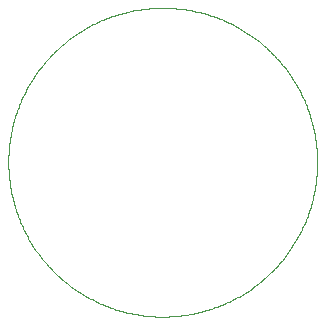
<source format=gm1>
G04 #@! TF.GenerationSoftware,KiCad,Pcbnew,5.1.4-e60b266~84~ubuntu18.04.1*
G04 #@! TF.CreationDate,2019-08-18T12:14:10-06:00*
G04 #@! TF.ProjectId,Tiny,54696e79-2e6b-4696-9361-645f70636258,rev?*
G04 #@! TF.SameCoordinates,Original*
G04 #@! TF.FileFunction,Profile,NP*
%FSLAX46Y46*%
G04 Gerber Fmt 4.6, Leading zero omitted, Abs format (unit mm)*
G04 Created by KiCad (PCBNEW 5.1.4-e60b266~84~ubuntu18.04.1) date 2019-08-18 12:14:10*
%MOMM*%
%LPD*%
G04 APERTURE LIST*
%ADD10C,0.100000*%
G04 APERTURE END LIST*
D10*
X166005730Y-83717834D02*
X166005730Y-83774244D01*
X166005730Y-83774244D02*
X166003914Y-83943039D01*
X166003914Y-83943039D02*
X166000030Y-84111312D01*
X166000030Y-84111312D02*
X165994030Y-84279068D01*
X165994030Y-84279068D02*
X165985930Y-84446265D01*
X165985930Y-84446265D02*
X165975730Y-84612920D01*
X165975730Y-84612920D02*
X165963440Y-84779000D01*
X165963440Y-84779000D02*
X165949080Y-84944492D01*
X165949080Y-84944492D02*
X165932670Y-85109395D01*
X165932670Y-85109395D02*
X165914210Y-85273693D01*
X165914210Y-85273693D02*
X165893830Y-85437366D01*
X165893830Y-85437366D02*
X165871330Y-85600410D01*
X165871330Y-85600410D02*
X165846830Y-85762812D01*
X165846830Y-85762812D02*
X165820440Y-85924549D01*
X165820440Y-85924549D02*
X165791970Y-86085609D01*
X165791970Y-86085609D02*
X165761600Y-86245988D01*
X165761600Y-86245988D02*
X165729280Y-86405675D01*
X165729280Y-86405675D02*
X165695010Y-86564645D01*
X165695010Y-86564645D02*
X165658830Y-86722897D01*
X165658830Y-86722897D02*
X165620730Y-86880407D01*
X165620730Y-86880407D02*
X165580740Y-87037172D01*
X165580740Y-87037172D02*
X165538880Y-87193180D01*
X165538880Y-87193180D02*
X165495140Y-87348408D01*
X165495140Y-87348408D02*
X165449540Y-87502854D01*
X165449540Y-87502854D02*
X165402100Y-87656493D01*
X165402100Y-87656493D02*
X165352830Y-87809323D01*
X165352830Y-87809323D02*
X165301740Y-87961323D01*
X165301740Y-87961323D02*
X165248850Y-88112487D01*
X165248850Y-88112487D02*
X165194160Y-88262805D01*
X165194160Y-88262805D02*
X165137700Y-88412253D01*
X165137700Y-88412253D02*
X165079460Y-88560818D01*
X165079460Y-88560818D02*
X165019480Y-88708507D01*
X165019480Y-88708507D02*
X164957750Y-88855278D01*
X164957750Y-88855278D02*
X164894290Y-89001147D01*
X164894290Y-89001147D02*
X164829120Y-89146082D01*
X164829120Y-89146082D02*
X164762240Y-89290071D01*
X164762240Y-89290071D02*
X164693680Y-89433119D01*
X164693680Y-89433119D02*
X164623440Y-89575185D01*
X164623440Y-89575185D02*
X164551540Y-89716285D01*
X164551540Y-89716285D02*
X164477980Y-89856377D01*
X164477980Y-89856377D02*
X164402780Y-89995478D01*
X164402780Y-89995478D02*
X164325960Y-90133555D01*
X164325960Y-90133555D02*
X164247530Y-90270595D01*
X164247530Y-90270595D02*
X164167490Y-90406605D01*
X164167490Y-90406605D02*
X164085870Y-90541543D01*
X164085870Y-90541543D02*
X164002670Y-90675425D01*
X164002670Y-90675425D02*
X163917910Y-90808210D01*
X163917910Y-90808210D02*
X163831600Y-90939913D01*
X163831600Y-90939913D02*
X163743760Y-91070502D01*
X163743760Y-91070502D02*
X163654400Y-91199965D01*
X163654400Y-91199965D02*
X163563510Y-91328299D01*
X163563510Y-91328299D02*
X163471130Y-91455490D01*
X163471130Y-91455490D02*
X163377270Y-91581516D01*
X163377270Y-91581516D02*
X163281940Y-91706373D01*
X163281940Y-91706373D02*
X163185150Y-91830050D01*
X163185150Y-91830050D02*
X163086910Y-91952524D01*
X163086910Y-91952524D02*
X162987250Y-92073781D01*
X162987250Y-92073781D02*
X162886162Y-92193818D01*
X162886162Y-92193818D02*
X162783663Y-92312623D01*
X162783663Y-92312623D02*
X162679765Y-92430183D01*
X162679765Y-92430183D02*
X162574491Y-92546466D01*
X162574491Y-92546466D02*
X162467853Y-92661488D01*
X162467853Y-92661488D02*
X162359845Y-92775216D01*
X162359845Y-92775216D02*
X162250510Y-92887638D01*
X162250510Y-92887638D02*
X162139829Y-92998750D01*
X162139829Y-92998750D02*
X162027846Y-93108541D01*
X162027846Y-93108541D02*
X161914544Y-93216997D01*
X161914544Y-93216997D02*
X161799956Y-93324085D01*
X161799956Y-93324085D02*
X161684094Y-93429823D01*
X161684094Y-93429823D02*
X161566962Y-93534177D01*
X161566962Y-93534177D02*
X161448572Y-93637135D01*
X161448572Y-93637135D02*
X161328946Y-93738694D01*
X161328946Y-93738694D02*
X161208089Y-93838841D01*
X161208089Y-93838841D02*
X161086012Y-93937551D01*
X161086012Y-93937551D02*
X160962739Y-94034821D01*
X160962739Y-94034821D02*
X160838282Y-94130641D01*
X160838282Y-94130641D02*
X160712634Y-94224991D01*
X160712634Y-94224991D02*
X160585838Y-94317851D01*
X160585838Y-94317851D02*
X160457877Y-94409241D01*
X160457877Y-94409241D02*
X160328794Y-94499101D01*
X160328794Y-94499101D02*
X160198571Y-94587461D01*
X160198571Y-94587461D02*
X160067241Y-94674281D01*
X160067241Y-94674281D02*
X159934818Y-94759551D01*
X159934818Y-94759551D02*
X159801294Y-94843271D01*
X159801294Y-94843271D02*
X159666711Y-94925421D01*
X159666711Y-94925421D02*
X159531054Y-95005991D01*
X159531054Y-95005991D02*
X159394363Y-95084951D01*
X159394363Y-95084951D02*
X159256623Y-95162321D01*
X159256623Y-95162321D02*
X159117866Y-95238061D01*
X159117866Y-95238061D02*
X158978105Y-95312161D01*
X158978105Y-95312161D02*
X158837333Y-95384621D01*
X158837333Y-95384621D02*
X158695593Y-95455421D01*
X158695593Y-95455421D02*
X158552867Y-95524541D01*
X158552867Y-95524541D02*
X158409189Y-95591981D01*
X158409189Y-95591981D02*
X158264570Y-95657721D01*
X158264570Y-95657721D02*
X158119015Y-95721751D01*
X158119015Y-95721751D02*
X157972536Y-95784051D01*
X157972536Y-95784051D02*
X157825155Y-95844621D01*
X157825155Y-95844621D02*
X157676886Y-95903441D01*
X157676886Y-95903441D02*
X157527721Y-95960501D01*
X157527721Y-95960501D02*
X157377693Y-96015791D01*
X157377693Y-96015791D02*
X157226816Y-96069281D01*
X157226816Y-96069281D02*
X157075091Y-96120971D01*
X157075091Y-96120971D02*
X156922532Y-96170841D01*
X156922532Y-96170841D02*
X156769161Y-96218891D01*
X156769161Y-96218891D02*
X156614982Y-96265101D01*
X156614982Y-96265101D02*
X156460017Y-96309461D01*
X156460017Y-96309461D02*
X156304269Y-96351961D01*
X156304269Y-96351961D02*
X156147761Y-96392571D01*
X156147761Y-96392571D02*
X155990495Y-96431301D01*
X155990495Y-96431301D02*
X155832485Y-96468131D01*
X155832485Y-96468131D02*
X155673754Y-96503031D01*
X155673754Y-96503031D02*
X155514303Y-96536001D01*
X155514303Y-96536001D02*
X155354157Y-96567041D01*
X155354157Y-96567041D02*
X155193317Y-96596131D01*
X155193317Y-96596131D02*
X155031807Y-96623201D01*
X155031807Y-96623201D02*
X154869620Y-96648391D01*
X154869620Y-96648391D02*
X154706798Y-96671491D01*
X154706798Y-96671491D02*
X154543334Y-96692591D01*
X154543334Y-96692591D02*
X154379242Y-96711771D01*
X154379242Y-96711771D02*
X154214543Y-96728831D01*
X154214543Y-96728831D02*
X154049241Y-96743841D01*
X154049241Y-96743841D02*
X153883348Y-96756801D01*
X153883348Y-96756801D02*
X153716888Y-96767691D01*
X153716888Y-96767691D02*
X153549873Y-96776491D01*
X153549873Y-96776491D02*
X153382296Y-96783191D01*
X153382296Y-96783191D02*
X153214200Y-96787791D01*
X153214200Y-96787791D02*
X153045568Y-96790307D01*
X153045568Y-96790307D02*
X152876432Y-96790691D01*
X152876432Y-96790691D02*
X152707636Y-96788875D01*
X152707636Y-96788875D02*
X152539364Y-96784991D01*
X152539364Y-96784991D02*
X152371608Y-96778991D01*
X152371608Y-96778991D02*
X152204411Y-96770891D01*
X152204411Y-96770891D02*
X152037756Y-96760691D01*
X152037756Y-96760691D02*
X151871676Y-96748401D01*
X151871676Y-96748401D02*
X151706183Y-96734041D01*
X151706183Y-96734041D02*
X151541281Y-96717631D01*
X151541281Y-96717631D02*
X151376982Y-96699171D01*
X151376982Y-96699171D02*
X151213310Y-96678791D01*
X151213310Y-96678791D02*
X151050266Y-96656291D01*
X151050266Y-96656291D02*
X150887864Y-96631791D01*
X150887864Y-96631791D02*
X150726127Y-96605401D01*
X150726127Y-96605401D02*
X150565067Y-96576931D01*
X150565067Y-96576931D02*
X150404687Y-96546561D01*
X150404687Y-96546561D02*
X150245001Y-96514241D01*
X150245001Y-96514241D02*
X150086030Y-96479971D01*
X150086030Y-96479971D02*
X149927779Y-96443791D01*
X149927779Y-96443791D02*
X149770269Y-96405701D01*
X149770269Y-96405701D02*
X149613503Y-96365701D01*
X149613503Y-96365701D02*
X149457495Y-96323841D01*
X149457495Y-96323841D02*
X149302268Y-96280101D01*
X149302268Y-96280101D02*
X149147825Y-96234501D01*
X149147825Y-96234501D02*
X148994183Y-96187061D01*
X148994183Y-96187061D02*
X148841355Y-96137791D01*
X148841355Y-96137791D02*
X148689352Y-96086711D01*
X148689352Y-96086711D02*
X148538187Y-96033821D01*
X148538187Y-96033821D02*
X148387873Y-95979131D01*
X148387873Y-95979131D02*
X148238424Y-95922661D01*
X148238424Y-95922661D02*
X148089853Y-95864421D01*
X148089853Y-95864421D02*
X147942170Y-95804441D01*
X147942170Y-95804441D02*
X147795391Y-95742711D01*
X147795391Y-95742711D02*
X147649528Y-95679251D01*
X147649528Y-95679251D02*
X147504593Y-95614081D01*
X147504593Y-95614081D02*
X147360600Y-95547201D01*
X147360600Y-95547201D02*
X147217560Y-95478641D01*
X147217560Y-95478641D02*
X147075487Y-95408401D01*
X147075487Y-95408401D02*
X146934394Y-95336501D01*
X146934394Y-95336501D02*
X146794293Y-95262941D01*
X146794293Y-95262941D02*
X146655198Y-95187741D01*
X146655198Y-95187741D02*
X146517121Y-95110921D01*
X146517121Y-95110921D02*
X146380076Y-95032491D01*
X146380076Y-95032491D02*
X146244075Y-94952451D01*
X146244075Y-94952451D02*
X146109129Y-94870821D01*
X146109129Y-94870821D02*
X145975255Y-94787631D01*
X145975255Y-94787631D02*
X145842461Y-94702871D01*
X145842461Y-94702871D02*
X145710764Y-94616561D01*
X145710764Y-94616561D02*
X145580175Y-94528721D01*
X145580175Y-94528721D02*
X145450707Y-94439361D01*
X145450707Y-94439361D02*
X145322371Y-94348481D01*
X145322371Y-94348481D02*
X145195183Y-94256111D01*
X145195183Y-94256111D02*
X145069154Y-94162251D01*
X145069154Y-94162251D02*
X144944299Y-94066921D01*
X144944299Y-94066921D02*
X144820628Y-93970141D01*
X144820628Y-93970141D02*
X144698154Y-93871901D01*
X144698154Y-93871901D02*
X144576892Y-93772241D01*
X144576892Y-93772241D02*
X144456853Y-93671144D01*
X144456853Y-93671144D02*
X144338050Y-93568655D01*
X144338050Y-93568655D02*
X144220497Y-93464757D01*
X144220497Y-93464757D02*
X144104206Y-93359483D01*
X144104206Y-93359483D02*
X143989190Y-93252845D01*
X143989190Y-93252845D02*
X143875461Y-93144837D01*
X143875461Y-93144837D02*
X143763034Y-93035501D01*
X143763034Y-93035501D02*
X143651920Y-92924830D01*
X143651920Y-92924830D02*
X143542132Y-92812838D01*
X143542132Y-92812838D02*
X143433683Y-92699536D01*
X143433683Y-92699536D02*
X143326587Y-92584948D01*
X143326587Y-92584948D02*
X143220855Y-92469086D01*
X143220855Y-92469086D02*
X143116500Y-92351953D01*
X143116500Y-92351953D02*
X143013537Y-92233563D01*
X143013537Y-92233563D02*
X142911976Y-92113938D01*
X142911976Y-92113938D02*
X142811832Y-91993081D01*
X142811832Y-91993081D02*
X142713116Y-91871004D01*
X142713116Y-91871004D02*
X142615842Y-91747730D01*
X142615842Y-91747730D02*
X142520023Y-91623273D01*
X142520023Y-91623273D02*
X142425671Y-91497636D01*
X142425671Y-91497636D02*
X142332792Y-91370830D01*
X142332792Y-91370830D02*
X142241413Y-91242869D01*
X142241413Y-91242869D02*
X142151541Y-91113785D01*
X142151541Y-91113785D02*
X142063188Y-90983562D01*
X142063188Y-90983562D02*
X141976366Y-90852233D01*
X141976366Y-90852233D02*
X141891089Y-90719810D01*
X141891089Y-90719810D02*
X141807368Y-90586295D01*
X141807368Y-90586295D02*
X141725218Y-90451703D01*
X141725218Y-90451703D02*
X141644652Y-90316045D01*
X141644652Y-90316045D02*
X141565681Y-90179345D01*
X141565681Y-90179345D02*
X141488318Y-90041615D01*
X141488318Y-90041615D02*
X141412578Y-89902858D01*
X141412578Y-89902858D02*
X141338471Y-89763087D01*
X141338471Y-89763087D02*
X141266012Y-89622325D01*
X141266012Y-89622325D02*
X141195213Y-89480585D01*
X141195213Y-89480585D02*
X141126086Y-89337859D01*
X141126086Y-89337859D02*
X141058645Y-89194181D01*
X141058645Y-89194181D02*
X140992903Y-89049562D01*
X140992903Y-89049562D02*
X140928872Y-88904007D01*
X140928872Y-88904007D02*
X140866565Y-88757528D01*
X140866565Y-88757528D02*
X140805995Y-88610147D01*
X140805995Y-88610147D02*
X140747175Y-88461868D01*
X140747175Y-88461868D02*
X140690117Y-88312713D01*
X140690117Y-88312713D02*
X140634836Y-88162685D01*
X140634836Y-88162685D02*
X140581343Y-88011807D01*
X140581343Y-88011807D02*
X140529651Y-87860083D01*
X140529651Y-87860083D02*
X140479772Y-87707523D01*
X140479772Y-87707523D02*
X140431721Y-87554153D01*
X140431721Y-87554153D02*
X140385509Y-87399974D01*
X140385509Y-87399974D02*
X140341149Y-87245009D01*
X140341149Y-87245009D02*
X140298655Y-87089260D01*
X140298655Y-87089260D02*
X140258039Y-86932752D01*
X140258039Y-86932752D02*
X140219314Y-86775487D01*
X140219314Y-86775487D02*
X140182493Y-86617477D01*
X140182493Y-86617477D02*
X140147589Y-86458745D01*
X140147589Y-86458745D02*
X140114614Y-86299295D01*
X140114614Y-86299295D02*
X140083581Y-86139148D01*
X140083581Y-86139148D02*
X140054504Y-85978309D01*
X140054504Y-85978309D02*
X140027394Y-85816799D01*
X140027394Y-85816799D02*
X140002266Y-85654612D01*
X140002266Y-85654612D02*
X139979132Y-85491790D01*
X139979132Y-85491790D02*
X139958003Y-85328326D01*
X139958003Y-85328326D02*
X139938894Y-85164233D01*
X139938894Y-85164233D02*
X139921817Y-84999535D01*
X139921817Y-84999535D02*
X139906786Y-84834232D01*
X139906786Y-84834232D02*
X139893812Y-84668340D01*
X139893812Y-84668340D02*
X139882909Y-84501880D01*
X139882909Y-84501880D02*
X139874089Y-84334865D01*
X139874089Y-84334865D02*
X139867366Y-84167288D01*
X139867366Y-84167288D02*
X139862752Y-83999192D01*
X139862752Y-83999192D02*
X139860259Y-83830559D01*
X139860259Y-83830559D02*
X139859902Y-83661424D01*
X139859902Y-83661424D02*
X139861684Y-83492628D01*
X139861684Y-83492628D02*
X139865592Y-83324355D01*
X139865592Y-83324355D02*
X139871614Y-83156599D01*
X139871614Y-83156599D02*
X139879737Y-82989402D01*
X139879737Y-82989402D02*
X139889947Y-82822747D01*
X139889947Y-82822747D02*
X139902232Y-82656667D01*
X139902232Y-82656667D02*
X139916578Y-82491175D01*
X139916578Y-82491175D02*
X139932975Y-82326273D01*
X139932975Y-82326273D02*
X139951408Y-82161974D01*
X139951408Y-82161974D02*
X139971865Y-81998301D01*
X139971865Y-81998301D02*
X139994332Y-81835257D01*
X139994332Y-81835257D02*
X140018798Y-81672855D01*
X140018798Y-81672855D02*
X140045248Y-81511118D01*
X140045248Y-81511118D02*
X140073670Y-81350058D01*
X140073670Y-81350058D02*
X140104053Y-81189679D01*
X140104053Y-81189679D02*
X140136382Y-81029992D01*
X140136382Y-81029992D02*
X140170644Y-80871022D01*
X140170644Y-80871022D02*
X140206828Y-80712770D01*
X140206828Y-80712770D02*
X140244920Y-80555260D01*
X140244920Y-80555260D02*
X140284907Y-80398495D01*
X140284907Y-80398495D02*
X140326776Y-80242487D01*
X140326776Y-80242487D02*
X140370515Y-80087259D01*
X140370515Y-80087259D02*
X140416111Y-79932814D01*
X140416111Y-79932814D02*
X140463551Y-79779175D01*
X140463551Y-79779175D02*
X140512822Y-79626347D01*
X140512822Y-79626347D02*
X140563911Y-79474343D01*
X140563911Y-79474343D02*
X140616807Y-79323179D01*
X140616807Y-79323179D02*
X140671493Y-79172865D01*
X140671493Y-79172865D02*
X140727960Y-79023416D01*
X140727960Y-79023416D02*
X140786194Y-78874844D01*
X140786194Y-78874844D02*
X140846182Y-78727162D01*
X140846182Y-78727162D02*
X140907912Y-78580383D01*
X140907912Y-78580383D02*
X140971369Y-78434520D01*
X140971369Y-78434520D02*
X141036542Y-78289585D01*
X141036542Y-78289585D02*
X141103418Y-78145591D01*
X141103418Y-78145591D02*
X141171984Y-78002552D01*
X141171984Y-78002552D02*
X141242227Y-77860479D01*
X141242227Y-77860479D02*
X141314134Y-77719386D01*
X141314134Y-77719386D02*
X141387693Y-77579285D01*
X141387693Y-77579285D02*
X141462890Y-77440191D01*
X141462890Y-77440191D02*
X141539713Y-77302114D01*
X141539713Y-77302114D02*
X141618150Y-77165068D01*
X141618150Y-77165068D02*
X141698186Y-77029067D01*
X141698186Y-77029067D02*
X141779810Y-76894121D01*
X141779810Y-76894121D02*
X141863008Y-76760247D01*
X141863008Y-76760247D02*
X141947767Y-76627453D01*
X141947767Y-76627453D02*
X142034076Y-76495756D01*
X142034076Y-76495756D02*
X142121920Y-76365167D01*
X142121920Y-76365167D02*
X142211287Y-76235699D01*
X142211287Y-76235699D02*
X142302165Y-76107363D01*
X142302165Y-76107363D02*
X142394540Y-75980175D01*
X142394540Y-75980175D02*
X142488399Y-75854147D01*
X142488399Y-75854147D02*
X142583731Y-75729291D01*
X142583731Y-75729291D02*
X142680521Y-75605620D01*
X142680521Y-75605620D02*
X142778757Y-75483145D01*
X142778757Y-75483145D02*
X142878427Y-75361884D01*
X142878427Y-75361884D02*
X142979517Y-75241845D01*
X142979517Y-75241845D02*
X143082015Y-75123042D01*
X143082015Y-75123042D02*
X143185907Y-75005489D01*
X143185907Y-75005489D02*
X143291182Y-74889198D01*
X143291182Y-74889198D02*
X143397824Y-74774182D01*
X143397824Y-74774182D02*
X143505824Y-74660454D01*
X143505824Y-74660454D02*
X143615167Y-74548026D01*
X143615167Y-74548026D02*
X143725840Y-74436913D01*
X143725840Y-74436913D02*
X143837832Y-74327124D01*
X143837832Y-74327124D02*
X143951127Y-74218675D01*
X143951127Y-74218675D02*
X144065716Y-74111579D01*
X144065716Y-74111579D02*
X144181583Y-74005846D01*
X144181583Y-74005846D02*
X144298718Y-73901492D01*
X144298718Y-73901492D02*
X144417104Y-73798528D01*
X144417104Y-73798528D02*
X144536733Y-73696968D01*
X144536733Y-73696968D02*
X144657589Y-73596824D01*
X144657589Y-73596824D02*
X144779660Y-73498108D01*
X144779660Y-73498108D02*
X144902933Y-73400834D01*
X144902933Y-73400834D02*
X145027396Y-73305015D01*
X145027396Y-73305015D02*
X145153036Y-73210663D01*
X145153036Y-73210663D02*
X145279839Y-73117793D01*
X145279839Y-73117793D02*
X145407793Y-73026414D01*
X145407793Y-73026414D02*
X145536884Y-72936542D01*
X145536884Y-72936542D02*
X145667102Y-72848189D01*
X145667102Y-72848189D02*
X145798431Y-72761367D01*
X145798431Y-72761367D02*
X145930861Y-72676090D01*
X145930861Y-72676090D02*
X146064376Y-72592369D01*
X146064376Y-72592369D02*
X146198966Y-72510220D01*
X146198966Y-72510220D02*
X146334617Y-72429653D01*
X146334617Y-72429653D02*
X146471316Y-72350682D01*
X146471316Y-72350682D02*
X146609051Y-72273320D01*
X146609051Y-72273320D02*
X146747807Y-72197579D01*
X146747807Y-72197579D02*
X146887574Y-72123472D01*
X146887574Y-72123472D02*
X147028337Y-72051013D01*
X147028337Y-72051013D02*
X147170085Y-71980214D01*
X147170085Y-71980214D02*
X147312803Y-71911087D01*
X147312803Y-71911087D02*
X147456481Y-71843647D01*
X147456481Y-71843647D02*
X147601104Y-71777905D01*
X147601104Y-71777905D02*
X147746659Y-71713874D01*
X147746659Y-71713874D02*
X147893135Y-71651567D01*
X147893135Y-71651567D02*
X148040517Y-71590997D01*
X148040517Y-71590997D02*
X148188794Y-71532177D01*
X148188794Y-71532177D02*
X148337952Y-71475119D01*
X148337952Y-71475119D02*
X148487977Y-71419838D01*
X148487977Y-71419838D02*
X148638860Y-71366344D01*
X148638860Y-71366344D02*
X148790585Y-71314652D01*
X148790585Y-71314652D02*
X148943140Y-71264773D01*
X148943140Y-71264773D02*
X149096513Y-71216722D01*
X149096513Y-71216722D02*
X149250690Y-71170510D01*
X149250690Y-71170510D02*
X149405658Y-71126150D01*
X149405658Y-71126150D02*
X149561406Y-71083655D01*
X149561406Y-71083655D02*
X149717914Y-71043039D01*
X149717914Y-71043039D02*
X149875180Y-71004314D01*
X149875180Y-71004314D02*
X150033190Y-70967493D01*
X150033190Y-70967493D02*
X150191922Y-70932589D01*
X150191922Y-70932589D02*
X150351372Y-70899614D01*
X150351372Y-70899614D02*
X150511518Y-70868581D01*
X150511518Y-70868581D02*
X150672358Y-70839504D01*
X150672358Y-70839504D02*
X150833868Y-70812394D01*
X150833868Y-70812394D02*
X150996055Y-70787266D01*
X150996055Y-70787266D02*
X151158877Y-70764132D01*
X151158877Y-70764132D02*
X151322341Y-70743003D01*
X151322341Y-70743003D02*
X151486433Y-70723894D01*
X151486433Y-70723894D02*
X151651132Y-70706817D01*
X151651132Y-70706817D02*
X151816434Y-70691785D01*
X151816434Y-70691785D02*
X151982327Y-70678812D01*
X151982327Y-70678812D02*
X152148787Y-70667909D01*
X152148787Y-70667909D02*
X152315802Y-70659089D01*
X152315802Y-70659089D02*
X152483379Y-70652366D01*
X152483379Y-70652366D02*
X152651475Y-70647752D01*
X152651475Y-70647752D02*
X152820107Y-70645259D01*
X152820107Y-70645259D02*
X152989243Y-70644902D01*
X152989243Y-70644902D02*
X153158039Y-70646684D01*
X153158039Y-70646684D02*
X153326312Y-70650592D01*
X153326312Y-70650592D02*
X153494067Y-70656614D01*
X153494067Y-70656614D02*
X153661264Y-70664737D01*
X153661264Y-70664737D02*
X153827919Y-70674947D01*
X153827919Y-70674947D02*
X153994000Y-70687232D01*
X153994000Y-70687232D02*
X154159492Y-70701578D01*
X154159492Y-70701578D02*
X154324394Y-70717975D01*
X154324394Y-70717975D02*
X154488693Y-70736408D01*
X154488693Y-70736408D02*
X154652366Y-70756865D01*
X154652366Y-70756865D02*
X154815409Y-70779332D01*
X154815409Y-70779332D02*
X154977812Y-70803798D01*
X154977812Y-70803798D02*
X155139539Y-70830248D01*
X155139539Y-70830248D02*
X155300609Y-70858670D01*
X155300609Y-70858670D02*
X155460988Y-70889053D01*
X155460988Y-70889053D02*
X155620674Y-70921382D01*
X155620674Y-70921382D02*
X155779645Y-70955645D01*
X155779645Y-70955645D02*
X155937896Y-70991828D01*
X155937896Y-70991828D02*
X156095406Y-71029920D01*
X156095406Y-71029920D02*
X156252172Y-71069907D01*
X156252172Y-71069907D02*
X156408180Y-71111776D01*
X156408180Y-71111776D02*
X156563408Y-71155516D01*
X156563408Y-71155516D02*
X156717853Y-71201112D01*
X156717853Y-71201112D02*
X156871492Y-71248552D01*
X156871492Y-71248552D02*
X157024323Y-71297823D01*
X157024323Y-71297823D02*
X157176322Y-71348912D01*
X157176322Y-71348912D02*
X157327487Y-71401808D01*
X157327487Y-71401808D02*
X157477805Y-71456494D01*
X157477805Y-71456494D02*
X157627252Y-71512961D01*
X157627252Y-71512961D02*
X157775827Y-71571195D01*
X157775827Y-71571195D02*
X157923506Y-71631183D01*
X157923506Y-71631183D02*
X158070287Y-71692913D01*
X158070287Y-71692913D02*
X158216147Y-71756370D01*
X158216147Y-71756370D02*
X158361082Y-71821543D01*
X158361082Y-71821543D02*
X158505080Y-71888419D01*
X158505080Y-71888419D02*
X158648119Y-71956985D01*
X158648119Y-71956985D02*
X158790184Y-72027228D01*
X158790184Y-72027228D02*
X158931285Y-72099135D01*
X158931285Y-72099135D02*
X159071377Y-72172694D01*
X159071377Y-72172694D02*
X159210478Y-72247891D01*
X159210478Y-72247891D02*
X159348554Y-72324714D01*
X159348554Y-72324714D02*
X159485594Y-72403150D01*
X159485594Y-72403150D02*
X159621605Y-72483187D01*
X159621605Y-72483187D02*
X159756543Y-72564811D01*
X159756543Y-72564811D02*
X159890425Y-72648009D01*
X159890425Y-72648009D02*
X160023209Y-72732768D01*
X160023209Y-72732768D02*
X160154913Y-72819077D01*
X160154913Y-72819077D02*
X160285502Y-72906921D01*
X160285502Y-72906921D02*
X160414965Y-72996288D01*
X160414965Y-72996288D02*
X160543308Y-73087166D01*
X160543308Y-73087166D02*
X160670489Y-73179541D01*
X160670489Y-73179541D02*
X160796525Y-73273400D01*
X160796525Y-73273400D02*
X160921373Y-73368731D01*
X160921373Y-73368731D02*
X161045050Y-73465522D01*
X161045050Y-73465522D02*
X161167523Y-73563758D01*
X161167523Y-73563758D02*
X161288780Y-73663428D01*
X161288780Y-73663428D02*
X161408817Y-73764518D01*
X161408817Y-73764518D02*
X161527623Y-73867016D01*
X161527623Y-73867016D02*
X161645173Y-73970908D01*
X161645173Y-73970908D02*
X161761466Y-74076182D01*
X161761466Y-74076182D02*
X161876487Y-74182825D01*
X161876487Y-74182825D02*
X161990216Y-74290825D01*
X161990216Y-74290825D02*
X162102637Y-74400168D01*
X162102637Y-74400168D02*
X162213760Y-74510841D01*
X162213760Y-74510841D02*
X162323541Y-74622832D01*
X162323541Y-74622832D02*
X162431996Y-74736129D01*
X162431996Y-74736129D02*
X162539085Y-74850716D01*
X162539085Y-74850716D02*
X162644822Y-74966584D01*
X162644822Y-74966584D02*
X162749177Y-75083718D01*
X162749177Y-75083718D02*
X162852134Y-75202106D01*
X162852134Y-75202106D02*
X162953694Y-75321733D01*
X162953694Y-75321733D02*
X163053841Y-75442589D01*
X163053841Y-75442589D02*
X163152561Y-75564660D01*
X163152561Y-75564660D02*
X163249821Y-75687934D01*
X163249821Y-75687934D02*
X163345651Y-75812396D01*
X163345651Y-75812396D02*
X163440001Y-75938036D01*
X163440001Y-75938036D02*
X163532871Y-76064839D01*
X163532871Y-76064839D02*
X163624261Y-76192793D01*
X163624261Y-76192793D02*
X163714121Y-76321886D01*
X163714121Y-76321886D02*
X163802481Y-76452102D01*
X163802481Y-76452102D02*
X163889301Y-76583432D01*
X163889301Y-76583432D02*
X163974571Y-76715861D01*
X163974571Y-76715861D02*
X164058291Y-76849376D01*
X164058291Y-76849376D02*
X164140441Y-76983967D01*
X164140441Y-76983967D02*
X164221011Y-77119617D01*
X164221011Y-77119617D02*
X164299971Y-77256316D01*
X164299971Y-77256316D02*
X164377341Y-77394050D01*
X164377341Y-77394050D02*
X164453081Y-77532808D01*
X164453081Y-77532808D02*
X164527181Y-77672575D01*
X164527181Y-77672575D02*
X164599641Y-77813338D01*
X164599641Y-77813338D02*
X164670441Y-77955085D01*
X164670441Y-77955085D02*
X164739561Y-78097805D01*
X164739561Y-78097805D02*
X164807001Y-78241481D01*
X164807001Y-78241481D02*
X164872741Y-78386105D01*
X164872741Y-78386105D02*
X164936771Y-78531660D01*
X164936771Y-78531660D02*
X164999071Y-78678135D01*
X164999071Y-78678135D02*
X165059641Y-78825517D01*
X165059641Y-78825517D02*
X165118461Y-78973794D01*
X165118461Y-78973794D02*
X165175521Y-79122952D01*
X165175521Y-79122952D02*
X165230801Y-79272979D01*
X165230801Y-79272979D02*
X165284291Y-79423860D01*
X165284291Y-79423860D02*
X165335981Y-79575585D01*
X165335981Y-79575585D02*
X165385851Y-79728140D01*
X165385851Y-79728140D02*
X165433901Y-79881513D01*
X165433901Y-79881513D02*
X165480121Y-80035694D01*
X165480121Y-80035694D02*
X165524481Y-80190659D01*
X165524481Y-80190659D02*
X165566981Y-80346407D01*
X165566981Y-80346407D02*
X165607591Y-80502915D01*
X165607591Y-80502915D02*
X165646321Y-80660180D01*
X165646321Y-80660180D02*
X165683151Y-80818190D01*
X165683151Y-80818190D02*
X165718051Y-80976922D01*
X165718051Y-80976922D02*
X165751021Y-81136372D01*
X165751021Y-81136372D02*
X165782061Y-81296519D01*
X165782061Y-81296519D02*
X165811151Y-81457358D01*
X165811151Y-81457358D02*
X165838221Y-81618868D01*
X165838221Y-81618868D02*
X165863411Y-81781056D01*
X165863411Y-81781056D02*
X165886511Y-81943877D01*
X165886511Y-81943877D02*
X165907611Y-82107341D01*
X165907611Y-82107341D02*
X165926791Y-82271434D01*
X165926791Y-82271434D02*
X165943851Y-82436133D01*
X165943851Y-82436133D02*
X165958861Y-82601435D01*
X165958861Y-82601435D02*
X165971821Y-82767327D01*
X165971821Y-82767327D02*
X165982711Y-82933787D01*
X165982711Y-82933787D02*
X165991511Y-83100802D01*
X165991511Y-83100802D02*
X165998211Y-83268379D01*
X165998211Y-83268379D02*
X166002811Y-83436475D01*
X166002811Y-83436475D02*
X166005328Y-83605108D01*
X166005328Y-83605108D02*
X166005730Y-83717834D01*
M02*

</source>
